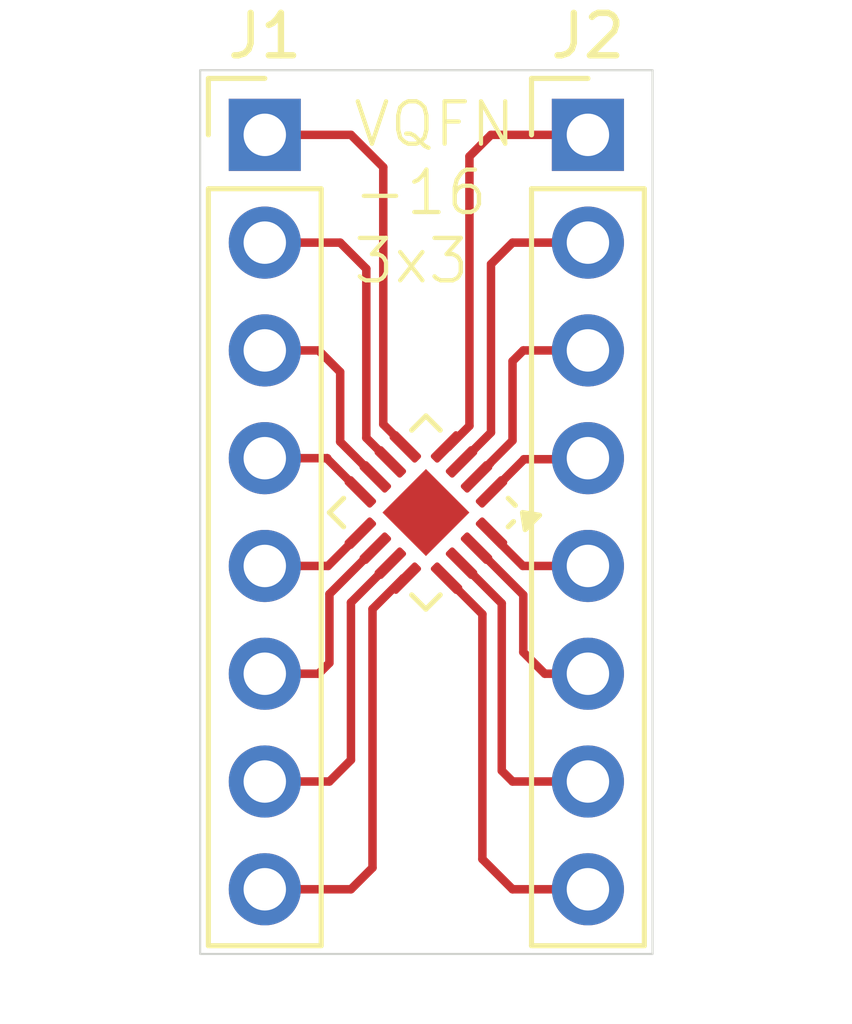
<source format=kicad_pcb>
(kicad_pcb (version 20240108) (generator "pcbnew") (generator_version "8.0")
  (layers (0 "F.Cu" signal) (31 "B.Cu" signal) (34 "B.Paste" user) (35 "F.Paste" user) (36 "B.SilkS" user "B.Silkscreen") (37 "F.SilkS" user "F.Silkscreen") (38 "B.Mask" user) (39 "F.Mask" user) (44 "Edge.Cuts" user))
  (net 0 "")
  (net 1 "Net-(J1-Pin_1)")
  (net 2 "Net-(J1-Pin_6)")
  (net 3 "Net-(J1-Pin_7)")
  (net 4 "Net-(J1-Pin_2)")
  (net 5 "Net-(J1-Pin_5)")
  (net 6 "Net-(J1-Pin_8)")
  (net 7 "Net-(J1-Pin_4)")
  (net 8 "Net-(J1-Pin_3)")
  (net 9 "Net-(J2-Pin_3)")
  (net 10 "Net-(J2-Pin_7)")
  (net 11 "Net-(J2-Pin_6)")
  (net 12 "Net-(J2-Pin_8)")
  (net 13 "Net-(J2-Pin_1)")
  (net 14 "Net-(J2-Pin_4)")
  (net 15 "Net-(J2-Pin_2)")
  (net 16 "Net-(J2-Pin_5)")
  (footprint "Connector_PinHeader_2.54mm:PinHeader_1x08_P2.54mm_Vertical" (layer "F.Cu") (at 116.84 63.5)
    (property "Reference" "J1" (at 0 -2.33 0) (layer "F.SilkS"))
    (property "Value" "Conn_01x08_Pin")
    (fp_line (start -1.33 -1.33) (end 0 -1.33) (stroke (width 0.12)) (layer "F.SilkS"))
    (fp_line (start -1.33 0) (end -1.33 -1.33) (stroke (width 0.12)) (layer "F.SilkS"))
    (fp_line (start -1.33 1.27) (end -1.33 19.11) (stroke (width 0.12)) (layer "F.SilkS"))
    (fp_line (start -1.33 1.27) (end 1.33 1.27) (stroke (width 0.12)) (layer "F.SilkS"))
    (fp_line (start -1.33 19.11) (end 1.33 19.11) (stroke (width 0.12)) (layer "F.SilkS"))
    (fp_line (start 1.33 1.27) (end 1.33 19.11) (stroke (width 0.12)) (layer "F.SilkS"))
    (pad "1" thru_hole rect (at 0 0) (size 1.7 1.7) (drill 1) (layers "*.Cu" "*.Mask") (net 1 "Net-(J1-Pin_1)"))
    (pad "2" thru_hole oval (at 0 2.54) (size 1.7 1.7) (drill 1) (layers "*.Cu" "*.Mask") (net 4 "Net-(J1-Pin_2)"))
    (pad "3" thru_hole oval (at 0 5.08) (size 1.7 1.7) (drill 1) (layers "*.Cu" "*.Mask") (net 8 "Net-(J1-Pin_3)"))
    (pad "4" thru_hole oval (at 0 7.62) (size 1.7 1.7) (drill 1) (layers "*.Cu" "*.Mask") (net 7 "Net-(J1-Pin_4)"))
    (pad "5" thru_hole oval (at 0 10.16) (size 1.7 1.7) (drill 1) (layers "*.Cu" "*.Mask") (net 5 "Net-(J1-Pin_5)"))
    (pad "6" thru_hole oval (at 0 12.7) (size 1.7 1.7) (drill 1) (layers "*.Cu" "*.Mask") (net 2 "Net-(J1-Pin_6)"))
    (pad "7" thru_hole oval (at 0 15.24) (size 1.7 1.7) (drill 1) (layers "*.Cu" "*.Mask") (net 3 "Net-(J1-Pin_7)"))
    (pad "8" thru_hole oval (at 0 17.78) (size 1.7 1.7) (drill 1) (layers "*.Cu" "*.Mask") (net 6 "Net-(J1-Pin_8)"))
  )
  (footprint "Connector_PinHeader_2.54mm:PinHeader_1x08_P2.54mm_Vertical" (layer "F.Cu") (at 124.46 63.5)
    (property "Reference" "J2" (at 0 -2.33 0) (layer "F.SilkS"))
    (property "Value" "Conn_01x08_Pin")
    (fp_line (start -1.33 -1.33) (end 0 -1.33) (stroke (width 0.12)) (layer "F.SilkS"))
    (fp_line (start -1.33 0) (end -1.33 -1.33) (stroke (width 0.12)) (layer "F.SilkS"))
    (fp_line (start -1.33 1.27) (end -1.33 19.11) (stroke (width 0.12)) (layer "F.SilkS"))
    (fp_line (start -1.33 1.27) (end 1.33 1.27) (stroke (width 0.12)) (layer "F.SilkS"))
    (fp_line (start -1.33 19.11) (end 1.33 19.11) (stroke (width 0.12)) (layer "F.SilkS"))
    (fp_line (start 1.33 1.27) (end 1.33 19.11) (stroke (width 0.12)) (layer "F.SilkS"))
    (pad "1" thru_hole rect (at 0 0) (size 1.7 1.7) (drill 1) (layers "*.Cu" "*.Mask") (net 13 "Net-(J2-Pin_1)"))
    (pad "2" thru_hole oval (at 0 2.54) (size 1.7 1.7) (drill 1) (layers "*.Cu" "*.Mask") (net 15 "Net-(J2-Pin_2)"))
    (pad "3" thru_hole oval (at 0 5.08) (size 1.7 1.7) (drill 1) (layers "*.Cu" "*.Mask") (net 9 "Net-(J2-Pin_3)"))
    (pad "4" thru_hole oval (at 0 7.62) (size 1.7 1.7) (drill 1) (layers "*.Cu" "*.Mask") (net 14 "Net-(J2-Pin_4)"))
    (pad "5" thru_hole oval (at 0 10.16) (size 1.7 1.7) (drill 1) (layers "*.Cu" "*.Mask") (net 16 "Net-(J2-Pin_5)"))
    (pad "6" thru_hole oval (at 0 12.7) (size 1.7 1.7) (drill 1) (layers "*.Cu" "*.Mask") (net 11 "Net-(J2-Pin_6)"))
    (pad "7" thru_hole oval (at 0 15.24) (size 1.7 1.7) (drill 1) (layers "*.Cu" "*.Mask") (net 10 "Net-(J2-Pin_7)"))
    (pad "8" thru_hole oval (at 0 17.78) (size 1.7 1.7) (drill 1) (layers "*.Cu" "*.Mask") (net 12 "Net-(J2-Pin_8)"))
  )
  (footprint "Package_DFN_QFN:VQFN-16-1EP_3x3mm_P0.5mm_EP1.45x1.45mm" (layer "F.Cu") (at 120.64 72.400883 -135)
    (property "Reference" "U1" (hide yes))
    (property "Value" "~")
    (fp_line (start 1.61 1.61) (end 1.61 1.135) (stroke (width 0.12)) (layer "F.SilkS"))
    (fp_line (start 1.135 1.61) (end 1.61 1.61) (stroke (width 0.12)) (layer "F.SilkS"))
    (fp_line (start -1.135 1.61) (end -1.61 1.61) (stroke (width 0.12)) (layer "F.SilkS"))
    (fp_line (start -1.61 1.61) (end -1.61 1.135) (stroke (width 0.12)) (layer "F.SilkS"))
    (fp_line (start 1.61 -1.61) (end 1.61 -1.135) (stroke (width 0.12)) (layer "F.SilkS"))
    (fp_line (start 1.135 -1.61) (end 1.61 -1.61) (stroke (width 0.12)) (layer "F.SilkS"))
    (fp_line (start -1.61 -1.135) (end -1.61 -1.37) (stroke (width 0.12)) (layer "F.SilkS"))
    (fp_line (start -1.135 -1.61) (end -1.31 -1.61) (stroke (width 0.12)) (layer "F.SilkS"))
    (fp_poly (pts (xy -1.61 -1.61) (xy -1.85 -1.94) (xy -1.37 -1.94) (xy -1.61 -1.61)) (stroke (width 0.12)) (fill solid) (layer "F.SilkS"))
    (pad "1" smd roundrect (at -1.4375 -0.75 225) (size 0.875 0.25) (layers "F.Cu" "F.Paste" "F.Mask") (net 14 "Net-(J2-Pin_4)"))
    (pad "2" smd roundrect (at -1.4375 -0.25 225) (size 0.875 0.25) (layers "F.Cu" "F.Paste" "F.Mask") (net 9 "Net-(J2-Pin_3)"))
    (pad "3" smd roundrect (at -1.4375 0.25 225) (size 0.875 0.25) (layers "F.Cu" "F.Paste" "F.Mask") (net 15 "Net-(J2-Pin_2)"))
    (pad "4" smd roundrect (at -1.4375 0.75 225) (size 0.875 0.25) (layers "F.Cu" "F.Paste" "F.Mask") (net 13 "Net-(J2-Pin_1)"))
    (pad "5" smd roundrect (at -0.75 1.4375 225) (size 0.25 0.875) (layers "F.Cu" "F.Paste" "F.Mask") (net 1 "Net-(J1-Pin_1)"))
    (pad "6" smd roundrect (at -0.25 1.4375 225) (size 0.25 0.875) (layers "F.Cu" "F.Paste" "F.Mask") (net 4 "Net-(J1-Pin_2)"))
    (pad "7" smd roundrect (at 0.25 1.4375 225) (size 0.25 0.875) (layers "F.Cu" "F.Paste" "F.Mask") (net 8 "Net-(J1-Pin_3)"))
    (pad "8" smd roundrect (at 0.75 1.4375 225) (size 0.25 0.875) (layers "F.Cu" "F.Paste" "F.Mask") (net 7 "Net-(J1-Pin_4)"))
    (pad "9" smd roundrect (at 1.4375 0.75 225) (size 0.875 0.25) (layers "F.Cu" "F.Paste" "F.Mask") (net 5 "Net-(J1-Pin_5)"))
    (pad "10" smd roundrect (at 1.4375 0.25 225) (size 0.875 0.25) (layers "F.Cu" "F.Paste" "F.Mask") (net 2 "Net-(J1-Pin_6)"))
    (pad "11" smd roundrect (at 1.4375 -0.25 225) (size 0.875 0.25) (layers "F.Cu" "F.Paste" "F.Mask") (net 3 "Net-(J1-Pin_7)"))
    (pad "12" smd roundrect (at 1.4375 -0.75 225) (size 0.875 0.25) (layers "F.Cu" "F.Paste" "F.Mask") (net 6 "Net-(J1-Pin_8)"))
    (pad "13" smd roundrect (at 0.75 -1.4375 225) (size 0.25 0.875) (layers "F.Cu" "F.Paste" "F.Mask") (net 12 "Net-(J2-Pin_8)"))
    (pad "14" smd roundrect (at 0.25 -1.4375 225) (size 0.25 0.875) (layers "F.Cu" "F.Paste" "F.Mask") (net 10 "Net-(J2-Pin_7)"))
    (pad "15" smd roundrect (at -0.25 -1.4375 225) (size 0.25 0.875) (layers "F.Cu" "F.Paste" "F.Mask") (net 11 "Net-(J2-Pin_6)"))
    (pad "16" smd roundrect (at -0.75 -1.4375 225) (size 0.25 0.875) (layers "F.Cu" "F.Paste" "F.Mask") (net 16 "Net-(J2-Pin_5)"))
    (pad "17" smd rect (at 0 0 225) (size 1.45 1.45) (property pad_prop_heatsink) (layers "F.Cu" "F.Mask"))
  )
  (gr_rect (start 115.316 61.976) (end 125.984 82.804) (stroke (width 0.05)) (fill none) (layer "Edge.Cuts"))
  (gr_text "VQFN\n-16\n3x3" (at 118.872 67.056 0) (layer "F.SilkS") (effects (font (size 1 1) (thickness 0.1)) (justify left bottom)))
  (segment (start 120.153864 70.840486) (end 119.634 70.320622) (width 0.2) (layer "F.Cu") (net 1))
  (segment (start 119.634 70.320622) (end 119.634 64.262) (width 0.2) (layer "F.Cu") (net 1))
  (segment (start 120.153864 70.854087) (end 120.153864 70.840486) (width 0.2) (layer "F.Cu") (net 1))
  (segment (start 118.872 63.5) (end 116.84 63.5) (width 0.2) (layer "F.Cu") (net 1))
  (segment (start 119.634 64.262) (end 118.872 63.5) (width 0.2) (layer "F.Cu") (net 1))
  (segment (start 118.364 75.946) (end 118.11 76.2) (width 0.2) (layer "F.Cu") (net 2))
  (segment (start 118.364 74.323329) (end 118.364 75.946) (width 0.2) (layer "F.Cu") (net 2))
  (segment (start 118.11 76.2) (end 116.84 76.2) (width 0.2) (layer "F.Cu") (net 2))
  (segment (start 119.446757 73.240572) (end 118.364 74.323329) (width 0.2) (layer "F.Cu") (net 2))
  (segment (start 118.872 78.232) (end 118.364 78.74) (width 0.2) (layer "F.Cu") (net 3))
  (segment (start 119.800311 73.594126) (end 118.872 74.522437) (width 0.2) (layer "F.Cu") (net 3))
  (segment (start 118.364 78.74) (end 116.84 78.74) (width 0.2) (layer "F.Cu") (net 3))
  (segment (start 118.872 74.522437) (end 118.872 78.232) (width 0.2) (layer "F.Cu") (net 3))
  (segment (start 119.234 66.656) (end 118.618 66.04) (width 0.2) (layer "F.Cu") (net 4))
  (segment (start 118.618 66.04) (end 116.84 66.04) (width 0.2) (layer "F.Cu") (net 4))
  (segment (start 119.800311 71.20764) (end 119.234 70.641329) (width 0.2) (layer "F.Cu") (net 4))
  (segment (start 119.234 70.641329) (end 119.234 66.656) (width 0.2) (layer "F.Cu") (net 4))
  (segment (start 118.329279 73.660929) (end 118.32835 73.66) (width 0.2) (layer "F.Cu") (net 5))
  (segment (start 119.093204 72.897004) (end 118.329279 73.660929) (width 0.2) (layer "F.Cu") (net 5))
  (segment (start 118.32835 73.66) (end 116.84 73.66) (width 0.2) (layer "F.Cu") (net 5))
  (segment (start 119.093204 72.887019) (end 119.093204 72.897004) (width 0.2) (layer "F.Cu") (net 5))
  (segment (start 120.153864 73.947679) (end 120.108321 73.947679) (width 0.2) (layer "F.Cu") (net 6))
  (segment (start 119.38 80.772) (end 118.872 81.28) (width 0.2) (layer "F.Cu") (net 6))
  (segment (start 120.108321 73.947679) (end 119.38 74.676) (width 0.2) (layer "F.Cu") (net 6))
  (segment (start 119.38 74.676) (end 119.38 80.772) (width 0.2) (layer "F.Cu") (net 6))
  (segment (start 118.872 81.28) (end 116.84 81.28) (width 0.2) (layer "F.Cu") (net 6))
  (segment (start 118.3143 71.135843) (end 118.3143 71.122529) (width 0.2) (layer "F.Cu") (net 7))
  (segment (start 119.093204 71.914747) (end 118.3143 71.135843) (width 0.2) (layer "F.Cu") (net 7))
  (segment (start 118.311771 71.12) (end 116.84 71.12) (width 0.2) (layer "F.Cu") (net 7))
  (segment (start 118.3143 71.122529) (end 118.311771 71.12) (width 0.2) (layer "F.Cu") (net 7))
  (segment (start 118.618 70.732437) (end 118.618 69.088) (width 0.2) (layer "F.Cu") (net 8))
  (segment (start 119.446757 71.561194) (end 118.618 70.732437) (width 0.2) (layer "F.Cu") (net 8))
  (segment (start 118.618 69.088) (end 118.11 68.58) (width 0.2) (layer "F.Cu") (net 8))
  (segment (start 118.11 68.58) (end 116.84 68.58) (width 0.2) (layer "F.Cu") (net 8))
  (segment (start 122.152774 71.241663) (end 122.152774 71.234253) (width 0.2) (layer "F.Cu") (net 9))
  (segment (start 122.682 68.834) (end 122.936 68.58) (width 0.2) (layer "F.Cu") (net 9))
  (segment (start 122.682 70.705027) (end 122.682 68.834) (width 0.2) (layer "F.Cu") (net 9))
  (segment (start 121.833243 71.561194) (end 122.152774 71.241663) (width 0.2) (layer "F.Cu") (net 9))
  (segment (start 122.152774 71.234253) (end 122.682 70.705027) (width 0.2) (layer "F.Cu") (net 9))
  (segment (start 122.936 68.58) (end 124.46 68.58) (width 0.2) (layer "F.Cu") (net 9))
  (segment (start 121.479689 73.594126) (end 122.428 74.542437) (width 0.2) (layer "F.Cu") (net 10))
  (segment (start 122.682 78.74) (end 124.46 78.74) (width 0.2) (layer "F.Cu") (net 10))
  (segment (start 122.428 74.542437) (end 122.428 78.486) (width 0.2) (layer "F.Cu") (net 10))
  (segment (start 122.428 78.486) (end 122.682 78.74) (width 0.2) (layer "F.Cu") (net 10))
  (segment (start 122.936 75.692) (end 123.444 76.2) (width 0.2) (layer "F.Cu") (net 11))
  (segment (start 123.444 76.2) (end 124.46 76.2) (width 0.2) (layer "F.Cu") (net 11))
  (segment (start 121.833243 73.240572) (end 122.936 74.343329) (width 0.2) (layer "F.Cu") (net 11))
  (segment (start 122.936 74.343329) (end 122.936 75.692) (width 0.2) (layer "F.Cu") (net 11))
  (segment (start 121.971039 74.795831) (end 121.971039 80.569039) (width 0.2) (layer "F.Cu") (net 12))
  (segment (start 121.126136 73.950928) (end 121.971039 74.795831) (width 0.2) (layer "F.Cu") (net 12))
  (segment (start 122.682 81.28) (end 124.46 81.28) (width 0.2) (layer "F.Cu") (net 12))
  (segment (start 121.126136 73.947679) (end 121.126136 73.950928) (width 0.2) (layer "F.Cu") (net 12))
  (segment (start 121.971039 80.569039) (end 122.682 81.28) (width 0.2) (layer "F.Cu") (net 12))
  (segment (start 121.126136 70.854087) (end 121.126136 70.847064) (width 0.2) (layer "F.Cu") (net 13))
  (segment (start 121.666 64.008) (end 122.174 63.5) (width 0.2) (layer "F.Cu") (net 13))
  (segment (start 121.126136 70.854087) (end 121.169913 70.854087) (width 0.2) (layer "F.Cu") (net 13))
  (segment (start 121.169913 70.854087) (end 121.666 70.358) (width 0.2) (layer "F.Cu") (net 13))
  (segment (start 122.174 63.5) (end 124.46 63.5) (width 0.2) (layer "F.Cu") (net 13))
  (segment (start 121.666 70.358) (end 121.666 64.008) (width 0.2) (layer "F.Cu") (net 13))
  (segment (start 124.435608 71.144392) (end 124.46 71.12) (width 0.2) (layer "F.Cu") (net 14))
  (segment (start 122.95162 71.144392) (end 124.435608 71.144392) (width 0.2) (layer "F.Cu") (net 14))
  (segment (start 122.95162 71.149923) (end 122.95162 71.144392) (width 0.2) (layer "F.Cu") (net 14))
  (segment (start 122.186796 71.914747) (end 122.95162 71.149923) (width 0.2) (layer "F.Cu") (net 14))
  (segment (start 122.174 66.548) (end 122.682 66.04) (width 0.2) (layer "F.Cu") (net 15))
  (segment (start 122.174 70.514706) (end 122.174 66.548) (width 0.2) (layer "F.Cu") (net 15))
  (segment (start 121.481066 71.20764) (end 122.174 70.514706) (width 0.2) (layer "F.Cu") (net 15))
  (segment (start 121.479689 71.20764) (end 121.481066 71.20764) (width 0.2) (layer "F.Cu") (net 15))
  (segment (start 122.682 66.04) (end 124.46 66.04) (width 0.2) (layer "F.Cu") (net 15))
  (segment (start 122.186796 72.887019) (end 122.186796 72.919638) (width 0.2) (layer "F.Cu") (net 16))
  (segment (start 122.927158 73.66) (end 124.46 73.66) (width 0.2) (layer "F.Cu") (net 16))
  (segment (start 122.186796 72.919638) (end 122.927158 73.66) (width 0.2) (layer "F.Cu") (net 16))
)
</source>
